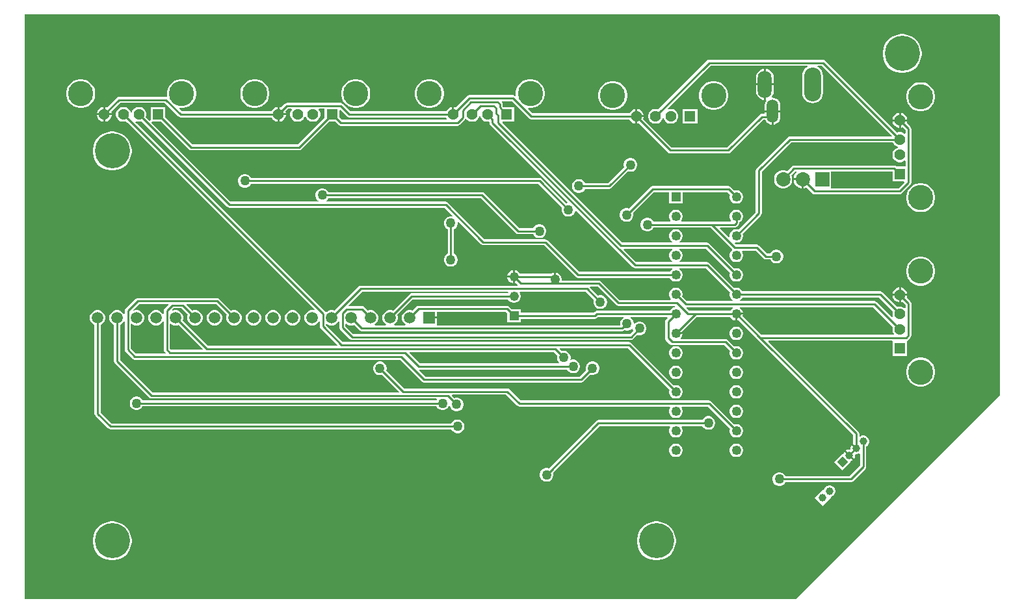
<source format=gbl>
G04*
G04 #@! TF.GenerationSoftware,Altium Limited,Altium Designer,22.1.2 (22)*
G04*
G04 Layer_Physical_Order=2*
G04 Layer_Color=16711680*
%FSLAX25Y25*%
%MOIN*%
G70*
G04*
G04 #@! TF.SameCoordinates,2374D94A-E5D5-4E5D-BBDB-F5A8C7ADDA7F*
G04*
G04*
G04 #@! TF.FilePolarity,Positive*
G04*
G01*
G75*
%ADD15C,0.01000*%
%ADD51C,0.18000*%
%ADD52O,0.08661X0.17323*%
%ADD53O,0.07087X0.14173*%
%ADD54O,0.05937X0.11874*%
%ADD55C,0.03937*%
%ADD56P,0.05568X4X90.0*%
%ADD57R,0.04921X0.04921*%
%ADD58C,0.04921*%
%ADD59C,0.05906*%
%ADD60R,0.05906X0.05906*%
%ADD61R,0.05622X0.05622*%
%ADD62C,0.05622*%
%ADD63C,0.12898*%
%ADD64R,0.05622X0.05622*%
%ADD65R,0.04795X0.04795*%
%ADD66C,0.04795*%
%ADD67R,0.07323X0.07323*%
%ADD68C,0.07323*%
%ADD69C,0.05000*%
G36*
X500000Y299000D02*
Y104500D01*
X395500Y0D01*
X0D01*
Y300000D01*
X499000D01*
X500000Y299000D01*
D02*
G37*
%LPC*%
G36*
X450985Y290000D02*
X449015D01*
X447083Y289616D01*
X445263Y288862D01*
X443625Y287768D01*
X442233Y286375D01*
X441138Y284737D01*
X440384Y282917D01*
X440000Y280985D01*
Y279015D01*
X440384Y277083D01*
X441138Y275263D01*
X442233Y273625D01*
X443625Y272233D01*
X445263Y271138D01*
X447083Y270384D01*
X449015Y270000D01*
X450985D01*
X452917Y270384D01*
X454737Y271138D01*
X456375Y272233D01*
X457767Y273625D01*
X458862Y275263D01*
X459616Y277083D01*
X460000Y279015D01*
Y280985D01*
X459616Y282917D01*
X458862Y284737D01*
X457767Y286375D01*
X456375Y287768D01*
X454737Y288862D01*
X452917Y289616D01*
X450985Y290000D01*
D02*
G37*
G36*
X380157Y272274D02*
Y264714D01*
X384240D01*
Y267757D01*
X384084Y268943D01*
X383626Y270048D01*
X382898Y270997D01*
X381949Y271726D01*
X380843Y272183D01*
X380157Y272274D01*
D02*
G37*
G36*
X379157D02*
X378471Y272183D01*
X377366Y271726D01*
X376417Y270997D01*
X375689Y270048D01*
X375231Y268943D01*
X375075Y267757D01*
Y264714D01*
X379157D01*
Y272274D01*
D02*
G37*
G36*
X260100Y266949D02*
X258633D01*
X257193Y266663D01*
X255838Y266101D01*
X254618Y265286D01*
X253580Y264248D01*
X252765Y263028D01*
X252204Y261673D01*
X251917Y260234D01*
Y258766D01*
X251981Y258446D01*
X251858Y258381D01*
X251508Y258261D01*
X251068Y258555D01*
X250483Y258671D01*
X228032D01*
X227446Y258555D01*
X226950Y258223D01*
X221126Y252400D01*
X220222Y252642D01*
X220220D01*
Y248831D01*
X219220D01*
Y252642D01*
X219219D01*
X218249Y252382D01*
X217380Y251880D01*
X216671Y251171D01*
X216203Y250360D01*
X167103D01*
X163181Y254281D01*
X162685Y254613D01*
X162100Y254729D01*
X134590D01*
X134004Y254613D01*
X133508Y254281D01*
X131626Y252400D01*
X130722Y252642D01*
X130720D01*
Y249331D01*
X134031D01*
Y249332D01*
X133789Y250237D01*
X135223Y251671D01*
X136860D01*
X137051Y251209D01*
X137013Y251171D01*
X136512Y250302D01*
X136252Y249332D01*
Y248329D01*
X136512Y247360D01*
X137013Y246491D01*
X137723Y245781D01*
X138592Y245280D01*
X139561Y245020D01*
X140565D01*
X141534Y245280D01*
X142403Y245781D01*
X143113Y246491D01*
X143614Y247360D01*
X143741Y247833D01*
X144259D01*
X144386Y247360D01*
X144887Y246491D01*
X145597Y245781D01*
X146466Y245280D01*
X147435Y245020D01*
X148439D01*
X149408Y245280D01*
X150277Y245781D01*
X150987Y246491D01*
X151488Y247360D01*
X151748Y248329D01*
Y249332D01*
X151488Y250302D01*
X150987Y251171D01*
X150949Y251209D01*
X151140Y251671D01*
X153969D01*
Y247183D01*
X140215Y233429D01*
X86081D01*
X72328Y247183D01*
Y252642D01*
X64706D01*
Y245669D01*
X64206Y245462D01*
X62243Y247425D01*
X62485Y248329D01*
Y249332D01*
X62226Y250302D01*
X61724Y251171D01*
X61014Y251880D01*
X60145Y252382D01*
X59176Y252642D01*
X58173D01*
X57203Y252382D01*
X56334Y251880D01*
X55625Y251171D01*
X55123Y250302D01*
X54996Y249828D01*
X54479D01*
X54352Y250302D01*
X53850Y251171D01*
X53140Y251880D01*
X52271Y252382D01*
X51302Y252642D01*
X50299D01*
X49329Y252382D01*
X48460Y251880D01*
X47751Y251171D01*
X47249Y250302D01*
X46989Y249332D01*
Y248329D01*
X47249Y247360D01*
X47751Y246491D01*
X48460Y245781D01*
X49329Y245280D01*
X50299Y245020D01*
X51302D01*
X52206Y245262D01*
X148673Y148796D01*
X148414Y148347D01*
X148020Y148453D01*
X146980D01*
X145974Y148183D01*
X145073Y147663D01*
X144337Y146927D01*
X143817Y146026D01*
X143547Y145020D01*
Y143980D01*
X143817Y142974D01*
X144337Y142073D01*
X145073Y141337D01*
X145974Y140817D01*
X146980Y140547D01*
X148020D01*
X149026Y140817D01*
X149927Y141337D01*
X150663Y142073D01*
X150971Y142606D01*
X151471Y142472D01*
Y140000D01*
X151587Y139415D01*
X151919Y138919D01*
X160346Y130491D01*
X160154Y130029D01*
X94134D01*
X81185Y142978D01*
X81453Y143980D01*
Y145020D01*
X81183Y146026D01*
X80663Y146927D01*
X79927Y147663D01*
X79026Y148183D01*
X78020Y148453D01*
X76980D01*
X76082Y148212D01*
X75810Y148572D01*
X75788Y148625D01*
X76534Y149371D01*
X80467D01*
X83815Y146022D01*
X83547Y145020D01*
Y143980D01*
X83817Y142974D01*
X84337Y142073D01*
X85073Y141337D01*
X85974Y140817D01*
X86980Y140547D01*
X88020D01*
X89026Y140817D01*
X89927Y141337D01*
X90663Y142073D01*
X91183Y142974D01*
X91453Y143980D01*
Y145020D01*
X91183Y146026D01*
X90663Y146927D01*
X89927Y147663D01*
X89026Y148183D01*
X88020Y148453D01*
X86980D01*
X85978Y148185D01*
X83054Y151109D01*
X83246Y151571D01*
X98267D01*
X103815Y146022D01*
X103547Y145020D01*
Y143980D01*
X103817Y142974D01*
X104337Y142073D01*
X105073Y141337D01*
X105974Y140817D01*
X106980Y140547D01*
X108020D01*
X109026Y140817D01*
X109927Y141337D01*
X110663Y142073D01*
X111183Y142974D01*
X111453Y143980D01*
Y145020D01*
X111183Y146026D01*
X110663Y146927D01*
X109927Y147663D01*
X109026Y148183D01*
X108020Y148453D01*
X106980D01*
X105978Y148185D01*
X99981Y154181D01*
X99485Y154513D01*
X98900Y154629D01*
X58100D01*
X57515Y154513D01*
X57019Y154181D01*
X51919Y149081D01*
X51587Y148585D01*
X51471Y148000D01*
Y146528D01*
X50971Y146394D01*
X50663Y146927D01*
X49927Y147663D01*
X49026Y148183D01*
X48020Y148453D01*
X46980D01*
X45974Y148183D01*
X45073Y147663D01*
X44337Y146927D01*
X43817Y146026D01*
X43547Y145020D01*
Y143980D01*
X43817Y142974D01*
X44337Y142073D01*
X45073Y141337D01*
X45971Y140819D01*
Y122100D01*
X46087Y121515D01*
X46419Y121019D01*
X63919Y103519D01*
X64415Y103187D01*
X65000Y103071D01*
X211260D01*
X211496Y102571D01*
X211242Y102129D01*
X60659D01*
X60301Y102749D01*
X59649Y103401D01*
X58851Y103861D01*
X57961Y104100D01*
X57039D01*
X56149Y103861D01*
X55351Y103401D01*
X54699Y102749D01*
X54238Y101951D01*
X54000Y101061D01*
Y100139D01*
X54238Y99249D01*
X54699Y98451D01*
X55351Y97799D01*
X56149Y97338D01*
X57039Y97100D01*
X57961D01*
X58851Y97338D01*
X59649Y97799D01*
X60301Y98451D01*
X60659Y99071D01*
X211242D01*
X211599Y98451D01*
X212251Y97799D01*
X213049Y97338D01*
X213939Y97100D01*
X214861D01*
X215751Y97338D01*
X216549Y97799D01*
X217201Y98451D01*
X217660Y99247D01*
X217667Y99249D01*
X218178Y99247D01*
X218338Y98649D01*
X218799Y97851D01*
X219451Y97199D01*
X220249Y96738D01*
X221139Y96500D01*
X222061D01*
X222951Y96738D01*
X223749Y97199D01*
X224401Y97851D01*
X224862Y98649D01*
X225100Y99539D01*
Y100461D01*
X224862Y101351D01*
X224401Y102149D01*
X223749Y102801D01*
X222951Y103261D01*
X222061Y103500D01*
X221139D01*
X220448Y103315D01*
X219154Y104609D01*
X219346Y105071D01*
X246967D01*
X252619Y99419D01*
X253115Y99087D01*
X253700Y98971D01*
X330923D01*
X331142Y98471D01*
X330775Y97836D01*
X330539Y96956D01*
Y96044D01*
X330775Y95164D01*
X331231Y94375D01*
X331875Y93731D01*
X332664Y93275D01*
X333544Y93039D01*
X334456D01*
X335336Y93275D01*
X336125Y93731D01*
X336769Y94375D01*
X337225Y95164D01*
X337461Y96044D01*
Y96956D01*
X337225Y97836D01*
X336858Y98471D01*
X337077Y98971D01*
X350366D01*
X361717Y87620D01*
X361539Y86956D01*
Y86044D01*
X361775Y85164D01*
X362231Y84375D01*
X362875Y83731D01*
X363664Y83275D01*
X364544Y83039D01*
X365456D01*
X366336Y83275D01*
X367125Y83731D01*
X367769Y84375D01*
X368225Y85164D01*
X368461Y86044D01*
Y86956D01*
X368225Y87836D01*
X367769Y88625D01*
X367125Y89269D01*
X366336Y89725D01*
X365456Y89961D01*
X364544D01*
X363880Y89783D01*
X352081Y101581D01*
X351585Y101913D01*
X351000Y102029D01*
X254333D01*
X248681Y107681D01*
X248185Y108013D01*
X247600Y108129D01*
X194834D01*
X185615Y117348D01*
X185800Y118039D01*
Y118961D01*
X185562Y119851D01*
X185101Y120649D01*
X184449Y121301D01*
X183651Y121762D01*
X182761Y122000D01*
X181839D01*
X180949Y121762D01*
X180151Y121301D01*
X179499Y120649D01*
X179039Y119851D01*
X178800Y118961D01*
Y118039D01*
X179039Y117149D01*
X179499Y116351D01*
X180151Y115699D01*
X180949Y115238D01*
X181839Y115000D01*
X182761D01*
X183452Y115185D01*
X192046Y106591D01*
X191854Y106129D01*
X65633D01*
X49029Y122733D01*
Y140819D01*
X49927Y141337D01*
X50663Y142073D01*
X50971Y142606D01*
X51471Y142472D01*
Y128000D01*
X51587Y127415D01*
X51919Y126919D01*
X55419Y123419D01*
X55915Y123087D01*
X56500Y122971D01*
X192542D01*
X203794Y111719D01*
X204291Y111387D01*
X204876Y111271D01*
X285500D01*
X286085Y111387D01*
X286581Y111719D01*
X290148Y115285D01*
X290839Y115100D01*
X291761D01*
X292651Y115339D01*
X293449Y115799D01*
X294101Y116451D01*
X294562Y117249D01*
X294800Y118139D01*
Y119061D01*
X294562Y119951D01*
X294101Y120749D01*
X293449Y121401D01*
X292651Y121862D01*
X291761Y122100D01*
X290839D01*
X289949Y121862D01*
X289151Y121401D01*
X288499Y120749D01*
X288038Y119951D01*
X287800Y119061D01*
Y118139D01*
X287985Y117448D01*
X284866Y114329D01*
X205509D01*
X202368Y117471D01*
X202575Y117971D01*
X278241D01*
X278599Y117351D01*
X279251Y116699D01*
X280049Y116238D01*
X280939Y116000D01*
X281861D01*
X282751Y116238D01*
X283549Y116699D01*
X284201Y117351D01*
X284662Y118149D01*
X284900Y119039D01*
Y119961D01*
X284662Y120851D01*
X284201Y121649D01*
X283549Y122301D01*
X282751Y122761D01*
X281861Y123000D01*
X280939D01*
X280300Y122829D01*
X279888Y123220D01*
X280000Y123639D01*
Y124561D01*
X279762Y125451D01*
X279301Y126249D01*
X278649Y126901D01*
X277851Y127362D01*
X276961Y127600D01*
X276039D01*
X275348Y127415D01*
X274254Y128509D01*
X274446Y128971D01*
X309366D01*
X330717Y107620D01*
X330539Y106956D01*
Y106044D01*
X330775Y105164D01*
X331231Y104375D01*
X331875Y103731D01*
X332664Y103275D01*
X333544Y103039D01*
X334456D01*
X335336Y103275D01*
X336125Y103731D01*
X336769Y104375D01*
X337225Y105164D01*
X337461Y106044D01*
Y106956D01*
X337225Y107836D01*
X336769Y108625D01*
X336125Y109269D01*
X335336Y109725D01*
X334456Y109961D01*
X333544D01*
X332880Y109783D01*
X311081Y131581D01*
X310585Y131913D01*
X310000Y132029D01*
X163134D01*
X154529Y140633D01*
Y141227D01*
X154991Y141419D01*
X155073Y141337D01*
X155974Y140817D01*
X156980Y140547D01*
X158020D01*
X159026Y140817D01*
X159927Y141337D01*
X160663Y142073D01*
X160971Y142606D01*
X161471Y142472D01*
Y139600D01*
X161587Y139015D01*
X161919Y138519D01*
X166919Y133519D01*
X167415Y133187D01*
X168000Y133071D01*
X311000D01*
X311585Y133187D01*
X312081Y133519D01*
X314248Y135685D01*
X314939Y135500D01*
X315861D01*
X316751Y135739D01*
X317549Y136199D01*
X318201Y136851D01*
X318661Y137649D01*
X318900Y138539D01*
Y139461D01*
X318661Y140351D01*
X318201Y141149D01*
X317549Y141801D01*
X316751Y142262D01*
X315861Y142500D01*
X314939D01*
X314049Y142262D01*
X313251Y141801D01*
X312900Y141450D01*
X312400Y141657D01*
Y141861D01*
X312161Y142751D01*
X311701Y143549D01*
X311049Y144201D01*
X310582Y144471D01*
X310716Y144971D01*
X329654D01*
X329846Y144509D01*
X328919Y143581D01*
X328587Y143085D01*
X328471Y142500D01*
Y134000D01*
X328587Y133415D01*
X328919Y132919D01*
X330919Y130919D01*
X331415Y130587D01*
X332000Y130471D01*
X358867D01*
X361717Y127620D01*
X361539Y126956D01*
Y126044D01*
X361775Y125164D01*
X362231Y124375D01*
X362875Y123731D01*
X363664Y123275D01*
X364544Y123039D01*
X365456D01*
X366336Y123275D01*
X367125Y123731D01*
X367769Y124375D01*
X368225Y125164D01*
X368461Y126044D01*
Y126956D01*
X368225Y127836D01*
X367769Y128625D01*
X367125Y129269D01*
X366336Y129725D01*
X365456Y129961D01*
X364544D01*
X363880Y129783D01*
X360581Y133081D01*
X360085Y133413D01*
X359500Y133529D01*
X336631D01*
X336423Y134029D01*
X336769Y134375D01*
X337225Y135164D01*
X337449Y136000D01*
X334000D01*
Y137000D01*
X337449D01*
X337283Y137620D01*
X344634Y144971D01*
X361887D01*
X362231Y144375D01*
X362875Y143731D01*
X363664Y143275D01*
X364500Y143051D01*
Y146500D01*
X365000D01*
Y147000D01*
X368449D01*
X368225Y147836D01*
X367769Y148625D01*
X367125Y149269D01*
X366776Y149471D01*
X366910Y149971D01*
X435260D01*
X445262Y139969D01*
X445020Y139065D01*
Y138061D01*
X445280Y137092D01*
X445781Y136223D01*
X445813Y136191D01*
X445621Y135729D01*
X377934D01*
X368283Y145380D01*
X368449Y146000D01*
X365500D01*
Y143051D01*
X366120Y143217D01*
X376219Y133119D01*
X424971Y84367D01*
Y80045D01*
X424775Y79932D01*
X426854Y77854D01*
X426147Y77147D01*
X424068Y79225D01*
X423734Y78646D01*
X423531Y77891D01*
Y77403D01*
X423403Y77061D01*
X423061Y76933D01*
X422574D01*
X421819Y76731D01*
X421240Y76396D01*
X423318Y74318D01*
X425396Y72240D01*
X425731Y72819D01*
X425933Y73574D01*
Y74061D01*
X426061Y74403D01*
X426403Y74532D01*
X426891D01*
X427646Y74734D01*
X428006Y74942D01*
X428506Y74653D01*
Y68669D01*
X423067Y63229D01*
X390259D01*
X389901Y63849D01*
X389249Y64501D01*
X388451Y64961D01*
X387561Y65200D01*
X386639D01*
X385749Y64961D01*
X384951Y64501D01*
X384299Y63849D01*
X383839Y63051D01*
X383600Y62161D01*
Y61239D01*
X383839Y60349D01*
X384299Y59551D01*
X384951Y58899D01*
X385749Y58438D01*
X386639Y58200D01*
X387561D01*
X388451Y58438D01*
X389249Y58899D01*
X389901Y59551D01*
X390259Y60171D01*
X423700D01*
X424285Y60287D01*
X424781Y60619D01*
X431117Y66954D01*
X431449Y67450D01*
X431565Y68036D01*
Y78491D01*
X431858Y78660D01*
X432411Y79213D01*
X432802Y79890D01*
X433004Y80645D01*
Y81426D01*
X432802Y82181D01*
X432411Y82858D01*
X431858Y83411D01*
X431181Y83802D01*
X430426Y84004D01*
X429645D01*
X428890Y83802D01*
X428529Y83594D01*
X428029Y83882D01*
Y85000D01*
X427913Y85585D01*
X427581Y86081D01*
X381454Y132209D01*
X381646Y132671D01*
X444577D01*
X445020Y132531D01*
X445020Y132171D01*
Y124909D01*
X452642D01*
Y132289D01*
X452642Y132531D01*
X452833Y132952D01*
X453081Y133119D01*
X454281Y134319D01*
X454613Y134815D01*
X454729Y135400D01*
Y151910D01*
X454613Y152496D01*
X454281Y152992D01*
X452400Y154874D01*
X452642Y155778D01*
Y155780D01*
X449331D01*
Y152469D01*
X449333D01*
X450237Y152711D01*
X451671Y151277D01*
Y149640D01*
X451209Y149449D01*
X451171Y149487D01*
X450302Y149988D01*
X449333Y150248D01*
X448329D01*
X447425Y150006D01*
X439849Y157581D01*
X439353Y157913D01*
X438768Y158029D01*
X368113D01*
X367769Y158625D01*
X367125Y159269D01*
X366336Y159725D01*
X365456Y159961D01*
X364544D01*
X363880Y159783D01*
X351081Y172581D01*
X350585Y172913D01*
X350000Y173029D01*
X335910D01*
X335776Y173529D01*
X336125Y173731D01*
X336769Y174375D01*
X337225Y175164D01*
X337461Y176044D01*
Y176956D01*
X337225Y177836D01*
X336769Y178625D01*
X336125Y179269D01*
X335776Y179471D01*
X335910Y179971D01*
X349366D01*
X361717Y167620D01*
X361539Y166956D01*
Y166044D01*
X361775Y165164D01*
X362231Y164375D01*
X362875Y163731D01*
X363664Y163275D01*
X364544Y163039D01*
X365456D01*
X366336Y163275D01*
X367125Y163731D01*
X367769Y164375D01*
X368225Y165164D01*
X368461Y166044D01*
Y166956D01*
X368225Y167836D01*
X367769Y168625D01*
X367125Y169269D01*
X366336Y169725D01*
X365456Y169961D01*
X364544D01*
X363880Y169783D01*
X351081Y182581D01*
X350585Y182913D01*
X350000Y183029D01*
X335910D01*
X335776Y183529D01*
X336125Y183731D01*
X336769Y184375D01*
X337225Y185164D01*
X337461Y186044D01*
Y186956D01*
X337225Y187836D01*
X336769Y188625D01*
X336125Y189269D01*
X335336Y189725D01*
X334456Y189961D01*
X333544D01*
X332664Y189725D01*
X331875Y189269D01*
X331231Y188625D01*
X330775Y187836D01*
X330539Y186956D01*
Y186044D01*
X330775Y185164D01*
X331231Y184375D01*
X331875Y183731D01*
X332224Y183529D01*
X332090Y183029D01*
X306553D01*
X245025Y244558D01*
X245216Y245020D01*
X251091D01*
Y252642D01*
X245632D01*
X245278Y252996D01*
Y254000D01*
X245161Y254585D01*
X244830Y255081D01*
X244760Y255151D01*
X244952Y255613D01*
X249849D01*
X258712Y246749D01*
X259208Y246418D01*
X259794Y246301D01*
X310203D01*
X310671Y245491D01*
X311380Y244781D01*
X312249Y244280D01*
X313219Y244020D01*
X313220D01*
Y247831D01*
Y251642D01*
X313219D01*
X312249Y251382D01*
X311380Y250880D01*
X310671Y250171D01*
X310203Y249360D01*
X260427D01*
X258123Y251665D01*
X258358Y252106D01*
X258633Y252051D01*
X260100D01*
X261539Y252337D01*
X262895Y252899D01*
X264114Y253714D01*
X265152Y254752D01*
X265967Y255972D01*
X266529Y257327D01*
X266815Y258766D01*
Y260234D01*
X266529Y261673D01*
X265967Y263028D01*
X265152Y264248D01*
X264114Y265286D01*
X262895Y266101D01*
X261539Y266663D01*
X260100Y266949D01*
D02*
G37*
G36*
X81337D02*
X79870D01*
X78431Y266663D01*
X77075Y266101D01*
X75855Y265286D01*
X74818Y264248D01*
X74002Y263028D01*
X73441Y261673D01*
X73155Y260234D01*
Y258766D01*
X73270Y258187D01*
X72842Y257774D01*
X72562Y257829D01*
X48427D01*
X47842Y257713D01*
X47346Y257381D01*
X42364Y252400D01*
X41460Y252642D01*
X41458D01*
Y249331D01*
X44769D01*
Y249332D01*
X44527Y250237D01*
X49060Y254771D01*
X71928D01*
X78950Y247749D01*
X79446Y247418D01*
X80031Y247301D01*
X126703D01*
X127171Y246491D01*
X127880Y245781D01*
X128749Y245280D01*
X129719Y245020D01*
X129720D01*
Y248831D01*
Y252642D01*
X129719D01*
X128749Y252382D01*
X127880Y251880D01*
X127171Y251171D01*
X126703Y250360D01*
X80664D01*
X79360Y251665D01*
X79596Y252106D01*
X79870Y252051D01*
X81337D01*
X82776Y252337D01*
X84132Y252899D01*
X85352Y253714D01*
X86389Y254752D01*
X87204Y255972D01*
X87766Y257327D01*
X88052Y258766D01*
Y260234D01*
X87766Y261673D01*
X87204Y263028D01*
X86389Y264248D01*
X85352Y265286D01*
X84132Y266101D01*
X82776Y266663D01*
X81337Y266949D01*
D02*
G37*
G36*
X379157Y263714D02*
X375075D01*
Y260670D01*
X375231Y259484D01*
X375689Y258379D01*
X376417Y257430D01*
X377366Y256702D01*
X378471Y256244D01*
X379157Y256154D01*
Y263714D01*
D02*
G37*
G36*
X208367Y266949D02*
X206900D01*
X205461Y266663D01*
X204105Y266101D01*
X202886Y265286D01*
X201848Y264248D01*
X201033Y263028D01*
X200471Y261673D01*
X200185Y260234D01*
Y258766D01*
X200471Y257327D01*
X201033Y255972D01*
X201848Y254752D01*
X202886Y253714D01*
X204105Y252899D01*
X205461Y252337D01*
X206900Y252051D01*
X208367D01*
X209806Y252337D01*
X211162Y252899D01*
X212382Y253714D01*
X213420Y254752D01*
X214235Y255972D01*
X214796Y257327D01*
X215083Y258766D01*
Y260234D01*
X214796Y261673D01*
X214235Y263028D01*
X213420Y264248D01*
X212382Y265286D01*
X211162Y266101D01*
X209806Y266663D01*
X208367Y266949D01*
D02*
G37*
G36*
X170600D02*
X169133D01*
X167693Y266663D01*
X166338Y266101D01*
X165118Y265286D01*
X164080Y264248D01*
X163265Y263028D01*
X162704Y261673D01*
X162417Y260234D01*
Y258766D01*
X162704Y257327D01*
X163265Y255972D01*
X164080Y254752D01*
X165118Y253714D01*
X166338Y252899D01*
X167693Y252337D01*
X169133Y252051D01*
X170600D01*
X172039Y252337D01*
X173395Y252899D01*
X174615Y253714D01*
X175652Y254752D01*
X176467Y255972D01*
X177029Y257327D01*
X177315Y258766D01*
Y260234D01*
X177029Y261673D01*
X176467Y263028D01*
X175652Y264248D01*
X174615Y265286D01*
X173395Y266101D01*
X172039Y266663D01*
X170600Y266949D01*
D02*
G37*
G36*
X118867D02*
X117400D01*
X115961Y266663D01*
X114605Y266101D01*
X113385Y265286D01*
X112348Y264248D01*
X111533Y263028D01*
X110971Y261673D01*
X110685Y260234D01*
Y258766D01*
X110971Y257327D01*
X111533Y255972D01*
X112348Y254752D01*
X113385Y253714D01*
X114605Y252899D01*
X115961Y252337D01*
X117400Y252051D01*
X118867D01*
X120307Y252337D01*
X121662Y252899D01*
X122882Y253714D01*
X123920Y254752D01*
X124735Y255972D01*
X125296Y257327D01*
X125583Y258766D01*
Y260234D01*
X125296Y261673D01*
X124735Y263028D01*
X123920Y264248D01*
X122882Y265286D01*
X121662Y266101D01*
X120307Y266663D01*
X118867Y266949D01*
D02*
G37*
G36*
X29605D02*
X28138D01*
X26698Y266663D01*
X25343Y266101D01*
X24123Y265286D01*
X23085Y264248D01*
X22270Y263028D01*
X21709Y261673D01*
X21422Y260234D01*
Y258766D01*
X21709Y257327D01*
X22270Y255972D01*
X23085Y254752D01*
X24123Y253714D01*
X25343Y252899D01*
X26698Y252337D01*
X28138Y252051D01*
X29605D01*
X31044Y252337D01*
X32399Y252899D01*
X33619Y253714D01*
X34657Y254752D01*
X35472Y255972D01*
X36034Y257327D01*
X36320Y258766D01*
Y260234D01*
X36034Y261673D01*
X35472Y263028D01*
X34657Y264248D01*
X33619Y265286D01*
X32399Y266101D01*
X31044Y266663D01*
X29605Y266949D01*
D02*
G37*
G36*
X354100Y265949D02*
X352633D01*
X351193Y265663D01*
X349838Y265101D01*
X348618Y264286D01*
X347580Y263248D01*
X346765Y262028D01*
X346204Y260673D01*
X345917Y259234D01*
Y257766D01*
X346204Y256327D01*
X346765Y254972D01*
X347580Y253752D01*
X348618Y252714D01*
X349838Y251899D01*
X351193Y251337D01*
X352633Y251051D01*
X354100D01*
X355539Y251337D01*
X356894Y251899D01*
X358115Y252714D01*
X359152Y253752D01*
X359967Y254972D01*
X360529Y256327D01*
X360815Y257766D01*
Y259234D01*
X360529Y260673D01*
X359967Y262028D01*
X359152Y263248D01*
X358115Y264286D01*
X356894Y265101D01*
X355539Y265663D01*
X354100Y265949D01*
D02*
G37*
G36*
X302367D02*
X300900D01*
X299461Y265663D01*
X298106Y265101D01*
X296885Y264286D01*
X295848Y263248D01*
X295033Y262028D01*
X294471Y260673D01*
X294185Y259234D01*
Y257766D01*
X294471Y256327D01*
X295033Y254972D01*
X295848Y253752D01*
X296885Y252714D01*
X298106Y251899D01*
X299461Y251337D01*
X300900Y251051D01*
X302367D01*
X303806Y251337D01*
X305162Y251899D01*
X306382Y252714D01*
X307420Y253752D01*
X308235Y254972D01*
X308796Y256327D01*
X309083Y257766D01*
Y259234D01*
X308796Y260673D01*
X308235Y262028D01*
X307420Y263248D01*
X306382Y264286D01*
X305162Y265101D01*
X303806Y265663D01*
X302367Y265949D01*
D02*
G37*
G36*
X384240Y263714D02*
X380157D01*
Y255979D01*
X380334Y255673D01*
X380128Y255404D01*
X379728Y254438D01*
X379592Y253402D01*
Y250934D01*
X383594D01*
X387597D01*
Y253402D01*
X387461Y254438D01*
X387061Y255404D01*
X386563Y256053D01*
Y256355D01*
X386265D01*
X385596Y256869D01*
X384630Y257269D01*
X383594Y257405D01*
X383499Y257393D01*
X383229Y257861D01*
X383626Y258379D01*
X384084Y259484D01*
X384240Y260670D01*
Y263714D01*
D02*
G37*
G36*
X460234Y265315D02*
X458766D01*
X457327Y265029D01*
X455972Y264467D01*
X454752Y263652D01*
X453714Y262614D01*
X452899Y261395D01*
X452337Y260039D01*
X452051Y258600D01*
Y257133D01*
X452337Y255694D01*
X452899Y254338D01*
X453714Y253118D01*
X454752Y252080D01*
X455972Y251265D01*
X457327Y250704D01*
X458766Y250417D01*
X460234D01*
X461673Y250704D01*
X463028Y251265D01*
X464248Y252080D01*
X465286Y253118D01*
X466101Y254338D01*
X466663Y255694D01*
X466949Y257133D01*
Y258600D01*
X466663Y260039D01*
X466101Y261395D01*
X465286Y262614D01*
X464248Y263652D01*
X463028Y264467D01*
X461673Y265029D01*
X460234Y265315D01*
D02*
G37*
G36*
X40458Y252642D02*
X40456D01*
X39487Y252382D01*
X38618Y251880D01*
X37908Y251171D01*
X37407Y250302D01*
X37147Y249332D01*
Y249331D01*
X40458D01*
Y252642D01*
D02*
G37*
G36*
X314222Y251642D02*
X314220D01*
Y248331D01*
X317531D01*
Y248333D01*
X317272Y249302D01*
X316770Y250171D01*
X316060Y250880D01*
X315191Y251382D01*
X314222Y251642D01*
D02*
G37*
G36*
X449333Y249591D02*
X449331D01*
Y246280D01*
X452642D01*
Y246281D01*
X452382Y247251D01*
X451880Y248120D01*
X451171Y248829D01*
X450302Y249331D01*
X449333Y249591D01*
D02*
G37*
G36*
X448331D02*
X448329D01*
X447360Y249331D01*
X446491Y248829D01*
X445781Y248120D01*
X445280Y247251D01*
X445020Y246281D01*
Y246280D01*
X448331D01*
Y249591D01*
D02*
G37*
G36*
X134031Y248331D02*
X130720D01*
Y245020D01*
X130722D01*
X131691Y245280D01*
X132560Y245781D01*
X133270Y246491D01*
X133772Y247360D01*
X134031Y248329D01*
Y248331D01*
D02*
G37*
G36*
X44769D02*
X41458D01*
Y245020D01*
X41460D01*
X42429Y245280D01*
X43298Y245781D01*
X44007Y246491D01*
X44509Y247360D01*
X44769Y248329D01*
Y248331D01*
D02*
G37*
G36*
X40458D02*
X37147D01*
Y248329D01*
X37407Y247360D01*
X37908Y246491D01*
X38618Y245781D01*
X39487Y245280D01*
X40456Y245020D01*
X40458D01*
Y248331D01*
D02*
G37*
G36*
X345091Y251642D02*
X337469D01*
Y244020D01*
X345091D01*
Y251642D01*
D02*
G37*
G36*
X387597Y249934D02*
X384094D01*
Y243529D01*
X384630Y243599D01*
X385596Y243999D01*
X386265Y244513D01*
X386563D01*
Y244815D01*
X387061Y245464D01*
X387461Y246429D01*
X387597Y247465D01*
Y249934D01*
D02*
G37*
G36*
X448331Y245280D02*
X445020D01*
Y245278D01*
X445280Y244309D01*
X445781Y243440D01*
X446491Y242730D01*
X447360Y242228D01*
X448329Y241969D01*
X448331D01*
Y245280D01*
D02*
G37*
G36*
X383094Y249934D02*
X379592D01*
Y249129D01*
X378100D01*
X377515Y249013D01*
X377019Y248681D01*
X360266Y231929D01*
X331785D01*
X317289Y246425D01*
X317531Y247329D01*
Y247331D01*
X314220D01*
Y244020D01*
X314222D01*
X315126Y244262D01*
X330070Y229319D01*
X330566Y228987D01*
X331151Y228871D01*
X360900D01*
X361485Y228987D01*
X361981Y229319D01*
X378733Y246071D01*
X379877D01*
X380128Y245464D01*
X380626Y244815D01*
Y244513D01*
X380924D01*
X381593Y243999D01*
X382558Y243599D01*
X383094Y243529D01*
Y249934D01*
D02*
G37*
G36*
X409468Y276829D02*
X351032D01*
X350447Y276713D01*
X349951Y276381D01*
X324969Y251400D01*
X324065Y251642D01*
X323061D01*
X322092Y251382D01*
X321223Y250880D01*
X320513Y250171D01*
X320012Y249302D01*
X319752Y248333D01*
Y247329D01*
X320012Y246360D01*
X320513Y245491D01*
X321223Y244781D01*
X322092Y244280D01*
X323061Y244020D01*
X324065D01*
X325034Y244280D01*
X325903Y244781D01*
X326613Y245491D01*
X327114Y246360D01*
X327241Y246833D01*
X327759D01*
X327886Y246360D01*
X328387Y245491D01*
X329097Y244781D01*
X329966Y244280D01*
X330935Y244020D01*
X331939D01*
X332908Y244280D01*
X333777Y244781D01*
X334487Y245491D01*
X334988Y246360D01*
X335248Y247329D01*
Y248333D01*
X334988Y249302D01*
X334487Y250171D01*
X333777Y250880D01*
X332908Y251382D01*
X331939Y251642D01*
X330935D01*
X329966Y251382D01*
X329702Y251807D01*
X351666Y273771D01*
X401448D01*
X401547Y273271D01*
X401379Y273201D01*
X400265Y272346D01*
X399411Y271233D01*
X398873Y269936D01*
X398690Y268544D01*
Y259883D01*
X398873Y258491D01*
X399411Y257194D01*
X400265Y256081D01*
X401379Y255226D01*
X402675Y254689D01*
X404067Y254506D01*
X405459Y254689D01*
X406755Y255226D01*
X407869Y256081D01*
X408723Y257194D01*
X409261Y258491D01*
X409444Y259883D01*
Y268544D01*
X409261Y269936D01*
X408723Y271233D01*
X407869Y272346D01*
X406755Y273201D01*
X406587Y273271D01*
X406686Y273771D01*
X408834D01*
X444677Y237928D01*
X444485Y237466D01*
X392437D01*
X391852Y237350D01*
X391356Y237018D01*
X375419Y221081D01*
X375087Y220585D01*
X374971Y220000D01*
Y198634D01*
X366120Y189783D01*
X365456Y189961D01*
X364544D01*
X363664Y189725D01*
X362875Y189269D01*
X362231Y188625D01*
X361775Y187836D01*
X361539Y186956D01*
Y186044D01*
X361544Y186026D01*
X361096Y185767D01*
X356554Y190309D01*
X356746Y190771D01*
X364000D01*
X364585Y190887D01*
X365081Y191219D01*
X366081Y192219D01*
X366413Y192715D01*
X366529Y193300D01*
Y193387D01*
X367125Y193731D01*
X367769Y194375D01*
X368225Y195164D01*
X368461Y196044D01*
Y196956D01*
X368225Y197836D01*
X367769Y198625D01*
X367125Y199269D01*
X366336Y199725D01*
X365456Y199961D01*
X364544D01*
X363664Y199725D01*
X362875Y199269D01*
X362231Y198625D01*
X361775Y197836D01*
X361539Y196956D01*
Y196044D01*
X361775Y195164D01*
X362231Y194375D01*
X362315Y194291D01*
X362123Y193829D01*
X336877D01*
X336685Y194291D01*
X336769Y194375D01*
X337225Y195164D01*
X337461Y196044D01*
Y196956D01*
X337225Y197836D01*
X336769Y198625D01*
X336125Y199269D01*
X335336Y199725D01*
X334456Y199961D01*
X333544D01*
X332664Y199725D01*
X331875Y199269D01*
X331231Y198625D01*
X330775Y197836D01*
X330539Y196956D01*
Y196044D01*
X330775Y195164D01*
X331231Y194375D01*
X331315Y194291D01*
X331123Y193829D01*
X322558D01*
X322201Y194449D01*
X321549Y195101D01*
X320751Y195562D01*
X319861Y195800D01*
X318939D01*
X318049Y195562D01*
X317251Y195101D01*
X316599Y194449D01*
X316139Y193651D01*
X315900Y192761D01*
Y191839D01*
X316139Y190949D01*
X316599Y190151D01*
X317251Y189499D01*
X318049Y189039D01*
X318939Y188800D01*
X319861D01*
X320751Y189039D01*
X321549Y189499D01*
X322201Y190151D01*
X322558Y190771D01*
X351766D01*
X362758Y179779D01*
X362875Y179269D01*
X362748Y179142D01*
X362231Y178625D01*
X361775Y177836D01*
X361539Y176956D01*
Y176044D01*
X361775Y175164D01*
X362231Y174375D01*
X362875Y173731D01*
X363664Y173275D01*
X364544Y173039D01*
X365456D01*
X366336Y173275D01*
X367125Y173731D01*
X367769Y174375D01*
X368225Y175164D01*
X368461Y176044D01*
Y176956D01*
X368225Y177836D01*
X367858Y178471D01*
X368077Y178971D01*
X374867D01*
X379019Y174819D01*
X379515Y174487D01*
X380100Y174371D01*
X382342D01*
X382699Y173751D01*
X383351Y173099D01*
X384149Y172638D01*
X385039Y172400D01*
X385961D01*
X386851Y172638D01*
X387649Y173099D01*
X388301Y173751D01*
X388761Y174549D01*
X389000Y175439D01*
Y176361D01*
X388761Y177251D01*
X388301Y178049D01*
X387649Y178701D01*
X386851Y179162D01*
X385961Y179400D01*
X385039D01*
X384149Y179162D01*
X383351Y178701D01*
X382699Y178049D01*
X382342Y177429D01*
X380733D01*
X376581Y181581D01*
X376085Y181913D01*
X375500Y182029D01*
X364833D01*
X364267Y182596D01*
X364526Y183044D01*
X364544Y183039D01*
X365456D01*
X366336Y183275D01*
X367125Y183731D01*
X367769Y184375D01*
X368225Y185164D01*
X368461Y186044D01*
Y186956D01*
X368283Y187620D01*
X377581Y196919D01*
X377913Y197415D01*
X378029Y198000D01*
Y219367D01*
X393071Y234408D01*
X445313D01*
X445781Y233597D01*
X446491Y232887D01*
X447360Y232386D01*
X447833Y232259D01*
Y231741D01*
X447360Y231614D01*
X446491Y231113D01*
X445781Y230403D01*
X445280Y229534D01*
X445020Y228565D01*
Y227561D01*
X445280Y226592D01*
X445781Y225723D01*
X446491Y225013D01*
X447360Y224512D01*
X448329Y224252D01*
X449333D01*
X450302Y224512D01*
X451171Y225013D01*
X451209Y225051D01*
X451671Y224860D01*
Y222031D01*
X447183D01*
X447033Y222181D01*
X446536Y222513D01*
X445951Y222629D01*
X394600D01*
X394015Y222513D01*
X393519Y222181D01*
X391041Y219704D01*
X390799Y219844D01*
X389614Y220161D01*
X388386D01*
X387201Y219844D01*
X386138Y219230D01*
X385270Y218362D01*
X384656Y217299D01*
X384339Y216114D01*
Y214886D01*
X384656Y213701D01*
X385270Y212638D01*
X386138Y211770D01*
X387201Y211156D01*
X388386Y210839D01*
X389614D01*
X390799Y211156D01*
X391862Y211770D01*
X392730Y212638D01*
X393344Y213701D01*
X393661Y214886D01*
Y216114D01*
X393344Y217299D01*
X393204Y217541D01*
X395233Y219571D01*
X395771D01*
X395978Y219071D01*
X395270Y218362D01*
X394656Y217299D01*
X394339Y216114D01*
Y216000D01*
X399000D01*
Y215500D01*
X399500D01*
Y210839D01*
X399614D01*
X400799Y211156D01*
X401041Y211296D01*
X404019Y208319D01*
X404515Y207987D01*
X405100Y207871D01*
X448700D01*
X449285Y207987D01*
X449781Y208319D01*
X454281Y212819D01*
X454613Y213315D01*
X454729Y213900D01*
Y241410D01*
X454613Y241996D01*
X454281Y242492D01*
X452400Y244374D01*
X452642Y245278D01*
Y245280D01*
X449331D01*
Y241969D01*
X449333D01*
X450237Y242211D01*
X451671Y240777D01*
Y239140D01*
X451209Y238949D01*
X451171Y238987D01*
X450302Y239488D01*
X449333Y239748D01*
X448329D01*
X447425Y239506D01*
X410549Y276381D01*
X410053Y276713D01*
X409468Y276829D01*
D02*
G37*
G36*
X45985Y240000D02*
X44015D01*
X42083Y239616D01*
X40263Y238862D01*
X38625Y237768D01*
X37233Y236375D01*
X36138Y234737D01*
X35384Y232917D01*
X35000Y230985D01*
Y229015D01*
X35384Y227083D01*
X36138Y225263D01*
X37233Y223625D01*
X38625Y222233D01*
X40263Y221138D01*
X42083Y220384D01*
X44015Y220000D01*
X45985D01*
X47917Y220384D01*
X49737Y221138D01*
X51375Y222233D01*
X52767Y223625D01*
X53862Y225263D01*
X54616Y227083D01*
X55000Y229015D01*
Y230985D01*
X54616Y232917D01*
X53862Y234737D01*
X52767Y236375D01*
X51375Y237768D01*
X49737Y238862D01*
X47917Y239616D01*
X45985Y240000D01*
D02*
G37*
G36*
X311161Y226400D02*
X310239D01*
X309349Y226162D01*
X308551Y225701D01*
X307899Y225049D01*
X307438Y224251D01*
X307200Y223361D01*
Y222439D01*
X307385Y221748D01*
X299267Y213629D01*
X287379D01*
X287021Y214249D01*
X286369Y214901D01*
X285571Y215361D01*
X284681Y215600D01*
X283760D01*
X282870Y215361D01*
X282071Y214901D01*
X281420Y214249D01*
X280959Y213451D01*
X280720Y212561D01*
Y211639D01*
X280959Y210749D01*
X281420Y209951D01*
X282071Y209299D01*
X282870Y208839D01*
X283760Y208600D01*
X284681D01*
X285571Y208839D01*
X286369Y209299D01*
X287021Y209951D01*
X287379Y210571D01*
X299900D01*
X300485Y210687D01*
X300981Y211019D01*
X309548Y219585D01*
X310239Y219400D01*
X311161D01*
X312051Y219638D01*
X312849Y220099D01*
X313501Y220751D01*
X313962Y221549D01*
X314200Y222439D01*
Y223361D01*
X313962Y224251D01*
X313501Y225049D01*
X312849Y225701D01*
X312051Y226162D01*
X311161Y226400D01*
D02*
G37*
G36*
X398500Y215000D02*
X394339D01*
Y214886D01*
X394656Y213701D01*
X395270Y212638D01*
X396138Y211770D01*
X397201Y211156D01*
X398386Y210839D01*
X398500D01*
Y215000D01*
D02*
G37*
G36*
X361000Y212029D02*
X322000D01*
X321415Y211913D01*
X320919Y211581D01*
X309852Y200515D01*
X309161Y200700D01*
X308239D01*
X307349Y200462D01*
X306551Y200001D01*
X305899Y199349D01*
X305438Y198551D01*
X305200Y197661D01*
Y196739D01*
X305438Y195849D01*
X305899Y195051D01*
X306551Y194399D01*
X307349Y193939D01*
X308239Y193700D01*
X309161D01*
X310051Y193939D01*
X310849Y194399D01*
X311501Y195051D01*
X311962Y195849D01*
X312200Y196739D01*
Y197661D01*
X312015Y198352D01*
X322634Y208971D01*
X330539D01*
Y203039D01*
X337461D01*
Y208971D01*
X360367D01*
X361717Y207620D01*
X361539Y206956D01*
Y206044D01*
X361775Y205164D01*
X362231Y204375D01*
X362875Y203731D01*
X363664Y203275D01*
X364544Y203039D01*
X365456D01*
X366336Y203275D01*
X367125Y203731D01*
X367769Y204375D01*
X368225Y205164D01*
X368461Y206044D01*
Y206956D01*
X368225Y207836D01*
X367769Y208625D01*
X367125Y209269D01*
X366336Y209725D01*
X365456Y209961D01*
X364544D01*
X363880Y209783D01*
X362081Y211581D01*
X361585Y211913D01*
X361000Y212029D01*
D02*
G37*
G36*
X460234Y213583D02*
X458766D01*
X457327Y213296D01*
X455972Y212735D01*
X454752Y211920D01*
X453714Y210882D01*
X452899Y209662D01*
X452337Y208307D01*
X452051Y206867D01*
Y205400D01*
X452337Y203961D01*
X452899Y202606D01*
X453714Y201385D01*
X454752Y200348D01*
X455972Y199533D01*
X457327Y198971D01*
X458766Y198685D01*
X460234D01*
X461673Y198971D01*
X463028Y199533D01*
X464248Y200348D01*
X465286Y201385D01*
X466101Y202606D01*
X466663Y203961D01*
X466949Y205400D01*
Y206867D01*
X466663Y208307D01*
X466101Y209662D01*
X465286Y210882D01*
X464248Y211920D01*
X463028Y212735D01*
X461673Y213296D01*
X460234Y213583D01*
D02*
G37*
G36*
Y175815D02*
X458766D01*
X457327Y175529D01*
X455972Y174967D01*
X454752Y174152D01*
X453714Y173115D01*
X452899Y171895D01*
X452337Y170539D01*
X452051Y169100D01*
Y167633D01*
X452337Y166193D01*
X452899Y164838D01*
X453714Y163618D01*
X454752Y162580D01*
X455972Y161765D01*
X457327Y161204D01*
X458766Y160917D01*
X460234D01*
X461673Y161204D01*
X463028Y161765D01*
X464248Y162580D01*
X465286Y163618D01*
X466101Y164838D01*
X466663Y166193D01*
X466949Y167633D01*
Y169100D01*
X466663Y170539D01*
X466101Y171895D01*
X465286Y173115D01*
X464248Y174152D01*
X463028Y174967D01*
X461673Y175529D01*
X460234Y175815D01*
D02*
G37*
G36*
X449333Y160091D02*
X449331D01*
Y156780D01*
X452642D01*
Y156781D01*
X452382Y157751D01*
X451880Y158620D01*
X451171Y159329D01*
X450302Y159831D01*
X449333Y160091D01*
D02*
G37*
G36*
X448331D02*
X448329D01*
X447360Y159831D01*
X446491Y159329D01*
X445781Y158620D01*
X445280Y157751D01*
X445020Y156781D01*
Y156780D01*
X448331D01*
Y160091D01*
D02*
G37*
G36*
Y155780D02*
X445020D01*
Y155778D01*
X445280Y154809D01*
X445781Y153940D01*
X446491Y153230D01*
X447360Y152728D01*
X448329Y152469D01*
X448331D01*
Y155780D01*
D02*
G37*
G36*
X138020Y148453D02*
X136980D01*
X135974Y148183D01*
X135073Y147663D01*
X134337Y146927D01*
X133817Y146026D01*
X133547Y145020D01*
Y143980D01*
X133817Y142974D01*
X134337Y142073D01*
X135073Y141337D01*
X135974Y140817D01*
X136980Y140547D01*
X138020D01*
X139026Y140817D01*
X139927Y141337D01*
X140663Y142073D01*
X141183Y142974D01*
X141453Y143980D01*
Y145020D01*
X141183Y146026D01*
X140663Y146927D01*
X139927Y147663D01*
X139026Y148183D01*
X138020Y148453D01*
D02*
G37*
G36*
X128020D02*
X126980D01*
X125974Y148183D01*
X125073Y147663D01*
X124337Y146927D01*
X123817Y146026D01*
X123547Y145020D01*
Y143980D01*
X123817Y142974D01*
X124337Y142073D01*
X125073Y141337D01*
X125974Y140817D01*
X126980Y140547D01*
X128020D01*
X129026Y140817D01*
X129927Y141337D01*
X130663Y142073D01*
X131183Y142974D01*
X131453Y143980D01*
Y145020D01*
X131183Y146026D01*
X130663Y146927D01*
X129927Y147663D01*
X129026Y148183D01*
X128020Y148453D01*
D02*
G37*
G36*
X118020D02*
X116980D01*
X115974Y148183D01*
X115073Y147663D01*
X114337Y146927D01*
X113817Y146026D01*
X113547Y145020D01*
Y143980D01*
X113817Y142974D01*
X114337Y142073D01*
X115073Y141337D01*
X115974Y140817D01*
X116980Y140547D01*
X118020D01*
X119026Y140817D01*
X119927Y141337D01*
X120663Y142073D01*
X121183Y142974D01*
X121453Y143980D01*
Y145020D01*
X121183Y146026D01*
X120663Y146927D01*
X119927Y147663D01*
X119026Y148183D01*
X118020Y148453D01*
D02*
G37*
G36*
X98020D02*
X96980D01*
X95974Y148183D01*
X95073Y147663D01*
X94337Y146927D01*
X93817Y146026D01*
X93547Y145020D01*
Y143980D01*
X93817Y142974D01*
X94337Y142073D01*
X95073Y141337D01*
X95974Y140817D01*
X96980Y140547D01*
X98020D01*
X99026Y140817D01*
X99927Y141337D01*
X100663Y142073D01*
X101183Y142974D01*
X101453Y143980D01*
Y145020D01*
X101183Y146026D01*
X100663Y146927D01*
X99927Y147663D01*
X99026Y148183D01*
X98020Y148453D01*
D02*
G37*
G36*
X365456Y139961D02*
X364544D01*
X363664Y139725D01*
X362875Y139269D01*
X362231Y138625D01*
X361775Y137836D01*
X361539Y136956D01*
Y136044D01*
X361775Y135164D01*
X362231Y134375D01*
X362875Y133731D01*
X363664Y133275D01*
X364544Y133039D01*
X365456D01*
X366336Y133275D01*
X367125Y133731D01*
X367769Y134375D01*
X368225Y135164D01*
X368461Y136044D01*
Y136956D01*
X368225Y137836D01*
X367769Y138625D01*
X367125Y139269D01*
X366336Y139725D01*
X365456Y139961D01*
D02*
G37*
G36*
X334456Y129961D02*
X333544D01*
X332664Y129725D01*
X331875Y129269D01*
X331231Y128625D01*
X330775Y127836D01*
X330539Y126956D01*
Y126044D01*
X330775Y125164D01*
X331231Y124375D01*
X331875Y123731D01*
X332664Y123275D01*
X333544Y123039D01*
X334456D01*
X335336Y123275D01*
X336125Y123731D01*
X336769Y124375D01*
X337225Y125164D01*
X337461Y126044D01*
Y126956D01*
X337225Y127836D01*
X336769Y128625D01*
X336125Y129269D01*
X335336Y129725D01*
X334456Y129961D01*
D02*
G37*
G36*
X365456Y119961D02*
X364544D01*
X363664Y119725D01*
X362875Y119269D01*
X362231Y118625D01*
X361775Y117836D01*
X361539Y116956D01*
Y116044D01*
X361775Y115164D01*
X362231Y114375D01*
X362875Y113731D01*
X363664Y113275D01*
X364544Y113039D01*
X365456D01*
X366336Y113275D01*
X367125Y113731D01*
X367769Y114375D01*
X368225Y115164D01*
X368461Y116044D01*
Y116956D01*
X368225Y117836D01*
X367769Y118625D01*
X367125Y119269D01*
X366336Y119725D01*
X365456Y119961D01*
D02*
G37*
G36*
X334456D02*
X333544D01*
X332664Y119725D01*
X331875Y119269D01*
X331231Y118625D01*
X330775Y117836D01*
X330539Y116956D01*
Y116044D01*
X330775Y115164D01*
X331231Y114375D01*
X331875Y113731D01*
X332664Y113275D01*
X333544Y113039D01*
X334456D01*
X335336Y113275D01*
X336125Y113731D01*
X336769Y114375D01*
X337225Y115164D01*
X337461Y116044D01*
Y116956D01*
X337225Y117836D01*
X336769Y118625D01*
X336125Y119269D01*
X335336Y119725D01*
X334456Y119961D01*
D02*
G37*
G36*
X460234Y124083D02*
X458766D01*
X457327Y123796D01*
X455972Y123235D01*
X454752Y122420D01*
X453714Y121382D01*
X452899Y120162D01*
X452337Y118807D01*
X452051Y117367D01*
Y115900D01*
X452337Y114461D01*
X452899Y113105D01*
X453714Y111885D01*
X454752Y110848D01*
X455972Y110033D01*
X457327Y109471D01*
X458766Y109185D01*
X460234D01*
X461673Y109471D01*
X463028Y110033D01*
X464248Y110848D01*
X465286Y111885D01*
X466101Y113105D01*
X466663Y114461D01*
X466949Y115900D01*
Y117367D01*
X466663Y118807D01*
X466101Y120162D01*
X465286Y121382D01*
X464248Y122420D01*
X463028Y123235D01*
X461673Y123796D01*
X460234Y124083D01*
D02*
G37*
G36*
X365456Y109961D02*
X364544D01*
X363664Y109725D01*
X362875Y109269D01*
X362231Y108625D01*
X361775Y107836D01*
X361539Y106956D01*
Y106044D01*
X361775Y105164D01*
X362231Y104375D01*
X362875Y103731D01*
X363664Y103275D01*
X364544Y103039D01*
X365456D01*
X366336Y103275D01*
X367125Y103731D01*
X367769Y104375D01*
X368225Y105164D01*
X368461Y106044D01*
Y106956D01*
X368225Y107836D01*
X367769Y108625D01*
X367125Y109269D01*
X366336Y109725D01*
X365456Y109961D01*
D02*
G37*
G36*
Y99961D02*
X364544D01*
X363664Y99725D01*
X362875Y99269D01*
X362231Y98625D01*
X361775Y97836D01*
X361539Y96956D01*
Y96044D01*
X361775Y95164D01*
X362231Y94375D01*
X362875Y93731D01*
X363664Y93275D01*
X364544Y93039D01*
X365456D01*
X366336Y93275D01*
X367125Y93731D01*
X367769Y94375D01*
X368225Y95164D01*
X368461Y96044D01*
Y96956D01*
X368225Y97836D01*
X367769Y98625D01*
X367125Y99269D01*
X366336Y99725D01*
X365456Y99961D01*
D02*
G37*
G36*
X351149Y94000D02*
X350227D01*
X349337Y93761D01*
X348539Y93301D01*
X347887Y92649D01*
X347530Y92029D01*
X294300D01*
X293715Y91913D01*
X293219Y91581D01*
X268852Y67215D01*
X268161Y67400D01*
X267239D01*
X266349Y67162D01*
X265551Y66701D01*
X264899Y66049D01*
X264439Y65251D01*
X264200Y64361D01*
Y63439D01*
X264439Y62549D01*
X264899Y61751D01*
X265551Y61099D01*
X266349Y60638D01*
X267239Y60400D01*
X268161D01*
X269051Y60638D01*
X269849Y61099D01*
X270501Y61751D01*
X270961Y62549D01*
X271200Y63439D01*
Y64361D01*
X271015Y65052D01*
X294934Y88971D01*
X330923D01*
X331142Y88471D01*
X330775Y87836D01*
X330539Y86956D01*
Y86044D01*
X330775Y85164D01*
X331231Y84375D01*
X331875Y83731D01*
X332664Y83275D01*
X333544Y83039D01*
X334456D01*
X335336Y83275D01*
X336125Y83731D01*
X336769Y84375D01*
X337225Y85164D01*
X337461Y86044D01*
Y86956D01*
X337225Y87836D01*
X336858Y88471D01*
X337077Y88971D01*
X347530D01*
X347887Y88351D01*
X348539Y87699D01*
X349337Y87239D01*
X350227Y87000D01*
X351149D01*
X352039Y87239D01*
X352837Y87699D01*
X353489Y88351D01*
X353949Y89149D01*
X354188Y90039D01*
Y90961D01*
X353949Y91851D01*
X353489Y92649D01*
X352837Y93301D01*
X352039Y93761D01*
X351149Y94000D01*
D02*
G37*
G36*
X38020Y148453D02*
X36980D01*
X35974Y148183D01*
X35073Y147663D01*
X34337Y146927D01*
X33817Y146026D01*
X33547Y145020D01*
Y143980D01*
X33817Y142974D01*
X34337Y142073D01*
X35073Y141337D01*
X35971Y140819D01*
Y95300D01*
X36087Y94715D01*
X36419Y94219D01*
X42919Y87719D01*
X43415Y87387D01*
X44000Y87271D01*
X218941D01*
X219299Y86651D01*
X219951Y85999D01*
X220749Y85539D01*
X221639Y85300D01*
X222561D01*
X223451Y85539D01*
X224249Y85999D01*
X224901Y86651D01*
X225361Y87449D01*
X225600Y88339D01*
Y89261D01*
X225361Y90151D01*
X224901Y90949D01*
X224249Y91601D01*
X223451Y92062D01*
X222561Y92300D01*
X221639D01*
X220749Y92062D01*
X219951Y91601D01*
X219299Y90949D01*
X218941Y90329D01*
X44633D01*
X39029Y95934D01*
Y140819D01*
X39927Y141337D01*
X40663Y142073D01*
X41183Y142974D01*
X41453Y143980D01*
Y145020D01*
X41183Y146026D01*
X40663Y146927D01*
X39927Y147663D01*
X39026Y148183D01*
X38020Y148453D01*
D02*
G37*
G36*
X420533Y75689D02*
X420198Y75110D01*
X420083Y74680D01*
X419525Y74531D01*
X419429Y74627D01*
X415231Y70429D01*
X419429Y66231D01*
X423627Y70429D01*
X423531Y70525D01*
X423680Y71083D01*
X424110Y71198D01*
X424689Y71532D01*
X422611Y73611D01*
X420533Y75689D01*
D02*
G37*
G36*
X365456Y79961D02*
X364544D01*
X363664Y79725D01*
X362875Y79269D01*
X362231Y78625D01*
X361775Y77836D01*
X361539Y76956D01*
Y76044D01*
X361775Y75164D01*
X362231Y74375D01*
X362875Y73731D01*
X363664Y73275D01*
X364544Y73039D01*
X365456D01*
X366336Y73275D01*
X367125Y73731D01*
X367769Y74375D01*
X368225Y75164D01*
X368461Y76044D01*
Y76956D01*
X368225Y77836D01*
X367769Y78625D01*
X367125Y79269D01*
X366336Y79725D01*
X365456Y79961D01*
D02*
G37*
G36*
X334456D02*
X333544D01*
X332664Y79725D01*
X331875Y79269D01*
X331231Y78625D01*
X330775Y77836D01*
X330539Y76956D01*
Y76044D01*
X330775Y75164D01*
X331231Y74375D01*
X331875Y73731D01*
X332664Y73275D01*
X333544Y73039D01*
X334456D01*
X335336Y73275D01*
X336125Y73731D01*
X336769Y74375D01*
X337225Y75164D01*
X337461Y76044D01*
Y76956D01*
X337225Y77836D01*
X336769Y78625D01*
X336125Y79269D01*
X335336Y79725D01*
X334456Y79961D01*
D02*
G37*
G36*
X413191Y58504D02*
X412409D01*
X411654Y58302D01*
X410977Y57911D01*
X410424Y57359D01*
X410034Y56682D01*
X409918Y56252D01*
X409361Y56102D01*
X409264Y56199D01*
X405066Y52000D01*
X409264Y47802D01*
X413462Y52000D01*
X413366Y52097D01*
X413515Y52654D01*
X413946Y52770D01*
X414622Y53161D01*
X415175Y53713D01*
X415566Y54390D01*
X415768Y55145D01*
Y55927D01*
X415566Y56682D01*
X415175Y57359D01*
X414622Y57911D01*
X413946Y58302D01*
X413191Y58504D01*
D02*
G37*
G36*
X324985Y40000D02*
X323015D01*
X321083Y39616D01*
X319263Y38862D01*
X317625Y37767D01*
X316232Y36375D01*
X315138Y34737D01*
X314384Y32917D01*
X314000Y30985D01*
Y29015D01*
X314384Y27083D01*
X315138Y25263D01*
X316232Y23625D01*
X317625Y22232D01*
X319263Y21138D01*
X321083Y20384D01*
X323015Y20000D01*
X324985D01*
X326917Y20384D01*
X328737Y21138D01*
X330375Y22232D01*
X331768Y23625D01*
X332862Y25263D01*
X333616Y27083D01*
X334000Y29015D01*
Y30985D01*
X333616Y32917D01*
X332862Y34737D01*
X331768Y36375D01*
X330375Y37767D01*
X328737Y38862D01*
X326917Y39616D01*
X324985Y40000D01*
D02*
G37*
G36*
X45985D02*
X44015D01*
X42083Y39616D01*
X40263Y38862D01*
X38625Y37767D01*
X37233Y36375D01*
X36138Y34737D01*
X35384Y32917D01*
X35000Y30985D01*
Y29015D01*
X35384Y27083D01*
X36138Y25263D01*
X37233Y23625D01*
X38625Y22232D01*
X40263Y21138D01*
X42083Y20384D01*
X44015Y20000D01*
X45985D01*
X47917Y20384D01*
X49737Y21138D01*
X51375Y22232D01*
X52767Y23625D01*
X53862Y25263D01*
X54616Y27083D01*
X55000Y29015D01*
Y30985D01*
X54616Y32917D01*
X53862Y34737D01*
X52767Y36375D01*
X51375Y37767D01*
X49737Y38862D01*
X47917Y39616D01*
X45985Y40000D01*
D02*
G37*
%LPD*%
G36*
X165388Y247749D02*
X165884Y247418D01*
X166469Y247301D01*
X216203D01*
X216649Y246529D01*
X216577Y246263D01*
X216480Y246029D01*
X162744D01*
X161591Y247183D01*
Y250893D01*
X162053Y251085D01*
X165388Y247749D01*
D02*
G37*
G36*
X233886Y247360D02*
X234387Y246491D01*
X235097Y245781D01*
X235966Y245280D01*
X236935Y245020D01*
X237939D01*
X238040Y245047D01*
X238437Y244742D01*
Y244554D01*
X238553Y243968D01*
X238885Y243472D01*
X278489Y203867D01*
X278303Y203347D01*
X277810Y203215D01*
X265243Y215781D01*
X264747Y216113D01*
X264161Y216229D01*
X116158D01*
X115801Y216849D01*
X115149Y217501D01*
X114351Y217962D01*
X113461Y218200D01*
X112539D01*
X111649Y217962D01*
X110851Y217501D01*
X110199Y216849D01*
X109739Y216051D01*
X109500Y215161D01*
Y214239D01*
X109739Y213349D01*
X110199Y212551D01*
X110851Y211899D01*
X111649Y211438D01*
X112539Y211200D01*
X113461D01*
X114351Y211438D01*
X115149Y211899D01*
X115801Y212551D01*
X116158Y213171D01*
X263528D01*
X275647Y201052D01*
X275461Y200361D01*
Y199439D01*
X275700Y198549D01*
X276161Y197751D01*
X276812Y197099D01*
X277610Y196639D01*
X278501Y196400D01*
X279422D01*
X280312Y196639D01*
X281110Y197099D01*
X281762Y197751D01*
X282223Y198549D01*
X282408Y199241D01*
X282929Y199428D01*
X311938Y170419D01*
X312434Y170087D01*
X313020Y169971D01*
X332090D01*
X332224Y169471D01*
X331875Y169269D01*
X331231Y168625D01*
X330887Y168029D01*
X284333D01*
X268081Y184281D01*
X267585Y184613D01*
X267000Y184729D01*
X235933D01*
X217081Y203581D01*
X216585Y203913D01*
X216000Y204029D01*
X154862D01*
X154728Y204529D01*
X154849Y204599D01*
X155501Y205251D01*
X155859Y205871D01*
X233966D01*
X252019Y187819D01*
X252515Y187487D01*
X253100Y187371D01*
X260841D01*
X261199Y186751D01*
X261851Y186099D01*
X262649Y185638D01*
X263539Y185400D01*
X264461D01*
X265351Y185638D01*
X266149Y186099D01*
X266801Y186751D01*
X267262Y187549D01*
X267500Y188439D01*
Y189361D01*
X267262Y190251D01*
X266801Y191049D01*
X266149Y191701D01*
X265351Y192162D01*
X264461Y192400D01*
X263539D01*
X262649Y192162D01*
X261851Y191701D01*
X261199Y191049D01*
X260841Y190429D01*
X253733D01*
X235681Y208481D01*
X235185Y208813D01*
X234600Y208929D01*
X155859D01*
X155501Y209549D01*
X154849Y210201D01*
X154051Y210662D01*
X153161Y210900D01*
X152239D01*
X151349Y210662D01*
X150551Y210201D01*
X149899Y209549D01*
X149439Y208751D01*
X149200Y207861D01*
Y206939D01*
X149439Y206049D01*
X149899Y205251D01*
X150551Y204599D01*
X150672Y204529D01*
X150538Y204029D01*
X105639D01*
X65148Y244520D01*
X65355Y245020D01*
X70165D01*
X84366Y230819D01*
X84862Y230487D01*
X85448Y230371D01*
X140849D01*
X141434Y230487D01*
X141930Y230819D01*
X156131Y245020D01*
X159428D01*
X161029Y243419D01*
X161525Y243087D01*
X162110Y242971D01*
X222000D01*
X222585Y243087D01*
X223081Y243419D01*
X225781Y246119D01*
X225980Y246415D01*
X226315Y246463D01*
X226542Y246453D01*
X226557Y246447D01*
X227223Y245781D01*
X228092Y245280D01*
X229061Y245020D01*
X230065D01*
X231034Y245280D01*
X231903Y245781D01*
X232613Y246491D01*
X233114Y247360D01*
X233241Y247833D01*
X233759D01*
X233886Y247360D01*
D02*
G37*
G36*
X58173Y245020D02*
X59176D01*
X60080Y245262D01*
X103924Y201419D01*
X104420Y201087D01*
X105005Y200971D01*
X215367D01*
X219414Y196923D01*
X219155Y196475D01*
X219061Y196500D01*
X218139D01*
X217249Y196262D01*
X216451Y195801D01*
X215799Y195149D01*
X215338Y194351D01*
X215100Y193461D01*
Y192539D01*
X215338Y191649D01*
X215799Y190851D01*
X216451Y190199D01*
X217071Y189841D01*
Y177358D01*
X216451Y177001D01*
X215799Y176349D01*
X215338Y175551D01*
X215100Y174661D01*
Y173739D01*
X215338Y172849D01*
X215799Y172051D01*
X216451Y171399D01*
X217249Y170939D01*
X218139Y170700D01*
X219061D01*
X219951Y170939D01*
X220749Y171399D01*
X221401Y172051D01*
X221862Y172849D01*
X222100Y173739D01*
Y174661D01*
X221862Y175551D01*
X221401Y176349D01*
X220749Y177001D01*
X220129Y177358D01*
Y189841D01*
X220749Y190199D01*
X221401Y190851D01*
X221862Y191649D01*
X222100Y192539D01*
Y193461D01*
X222075Y193555D01*
X222523Y193814D01*
X234219Y182119D01*
X234715Y181787D01*
X235300Y181671D01*
X266367D01*
X282619Y165419D01*
X283115Y165087D01*
X283700Y164971D01*
X330887D01*
X331231Y164375D01*
X331875Y163731D01*
X332664Y163275D01*
X333544Y163039D01*
X334456D01*
X335336Y163275D01*
X336125Y163731D01*
X336769Y164375D01*
X337225Y165164D01*
X337461Y166044D01*
Y166956D01*
X337225Y167836D01*
X336769Y168625D01*
X336125Y169269D01*
X335776Y169471D01*
X335910Y169971D01*
X349366D01*
X361717Y157620D01*
X361539Y156956D01*
Y156044D01*
X361775Y155164D01*
X362231Y154375D01*
X362875Y153731D01*
X363224Y153529D01*
X363090Y153029D01*
X339633D01*
X337283Y155380D01*
X337461Y156044D01*
Y156956D01*
X337225Y157836D01*
X336769Y158625D01*
X336125Y159269D01*
X335336Y159725D01*
X334456Y159961D01*
X333544D01*
X332664Y159725D01*
X331875Y159269D01*
X331231Y158625D01*
X330775Y157836D01*
X330539Y156956D01*
Y156044D01*
X330775Y155164D01*
X331231Y154375D01*
X331476Y154129D01*
X331269Y153629D01*
X305161D01*
X295609Y163181D01*
X295112Y163513D01*
X294527Y163629D01*
X275507D01*
X275500Y163639D01*
Y164561D01*
X275261Y165451D01*
X274801Y166249D01*
X274149Y166901D01*
X273351Y167361D01*
X272500Y167589D01*
Y164100D01*
X271500D01*
Y167589D01*
X270649Y167361D01*
X270074Y167029D01*
X254040D01*
X253719Y167586D01*
X253086Y168219D01*
X252311Y168666D01*
X251500Y168884D01*
Y165500D01*
Y162117D01*
X252068Y162269D01*
X252908Y161429D01*
X252701Y160929D01*
X172400D01*
X171815Y160813D01*
X171319Y160481D01*
X159022Y148185D01*
X158020Y148453D01*
X156980D01*
X155974Y148183D01*
X155073Y147663D01*
X154841Y147431D01*
X154215Y147512D01*
X154081Y147713D01*
X56940Y244854D01*
X57203Y245280D01*
X58173Y245020D01*
D02*
G37*
G36*
X332224Y179471D02*
X331875Y179269D01*
X331231Y178625D01*
X330775Y177836D01*
X330539Y176956D01*
Y176044D01*
X330775Y175164D01*
X331231Y174375D01*
X331875Y173731D01*
X332224Y173529D01*
X332090Y173029D01*
X313653D01*
X307174Y179509D01*
X307365Y179971D01*
X332090D01*
X332224Y179471D01*
D02*
G37*
G36*
X303446Y151019D02*
X303942Y150687D01*
X304527Y150571D01*
X333581D01*
X333654Y150461D01*
X333614Y150276D01*
X333411Y149925D01*
X332664Y149725D01*
X331875Y149269D01*
X331231Y148625D01*
X330887Y148029D01*
X293500D01*
X292915Y147913D01*
X292419Y147581D01*
X291866Y147029D01*
X254398D01*
Y148898D01*
X249765D01*
X248581Y150081D01*
X248085Y150413D01*
X247500Y150529D01*
X202000D01*
X201415Y150413D01*
X200919Y150081D01*
X199022Y148185D01*
X198020Y148453D01*
X196980D01*
X195974Y148183D01*
X195073Y147663D01*
X194337Y146927D01*
X193817Y146026D01*
X193547Y145020D01*
Y143980D01*
X193817Y142974D01*
X194337Y142073D01*
X195073Y141337D01*
X195432Y141129D01*
X195299Y140629D01*
X189701D01*
X189567Y141129D01*
X189927Y141337D01*
X190663Y142073D01*
X191183Y142974D01*
X191453Y143980D01*
Y145020D01*
X191184Y146022D01*
X199134Y153971D01*
X247960D01*
X248281Y153414D01*
X248914Y152781D01*
X249689Y152334D01*
X250553Y152102D01*
X251447D01*
X252311Y152334D01*
X253086Y152781D01*
X253719Y153414D01*
X254166Y154189D01*
X254398Y155053D01*
Y155947D01*
X254166Y156811D01*
X253843Y157371D01*
X254107Y157871D01*
X287767D01*
X291985Y153652D01*
X291800Y152961D01*
Y152039D01*
X292038Y151149D01*
X292499Y150351D01*
X293151Y149699D01*
X293949Y149239D01*
X294839Y149000D01*
X295761D01*
X296651Y149239D01*
X297449Y149699D01*
X298101Y150351D01*
X298562Y151149D01*
X298800Y152039D01*
Y152961D01*
X298562Y153851D01*
X298101Y154649D01*
X297449Y155301D01*
X296651Y155762D01*
X295761Y156000D01*
X294839D01*
X294148Y155815D01*
X289892Y160071D01*
X290099Y160571D01*
X293894D01*
X303446Y151019D01*
D02*
G37*
G36*
X248096Y157455D02*
X247845Y157029D01*
X198500D01*
X197915Y156913D01*
X197419Y156581D01*
X189022Y148185D01*
X188020Y148453D01*
X186980D01*
X185974Y148183D01*
X185073Y147663D01*
X184337Y146927D01*
X183817Y146026D01*
X183547Y145020D01*
Y143980D01*
X183817Y142974D01*
X184337Y142073D01*
X185073Y141337D01*
X185433Y141129D01*
X185299Y140629D01*
X179701D01*
X179568Y141129D01*
X179927Y141337D01*
X180663Y142073D01*
X181183Y142974D01*
X181453Y143980D01*
Y145020D01*
X181183Y146026D01*
X180663Y146927D01*
X179927Y147663D01*
X179026Y148183D01*
X178020Y148453D01*
X176980D01*
X175978Y148185D01*
X174129Y150034D01*
X173633Y150366D01*
X173047Y150482D01*
X166298D01*
X166107Y150944D01*
X173033Y157871D01*
X247870D01*
X248096Y157455D01*
D02*
G37*
G36*
X363224Y149471D02*
X362875Y149269D01*
X362231Y148625D01*
X361887Y148029D01*
X340833D01*
X339392Y149471D01*
X339599Y149971D01*
X363090D01*
X363224Y149471D01*
D02*
G37*
G36*
X73946Y151109D02*
X71919Y149081D01*
X71587Y148585D01*
X71471Y148000D01*
Y146528D01*
X70971Y146394D01*
X70663Y146927D01*
X69927Y147663D01*
X69026Y148183D01*
X68020Y148453D01*
X66980D01*
X65974Y148183D01*
X65073Y147663D01*
X64337Y146927D01*
X63817Y146026D01*
X63547Y145020D01*
Y143980D01*
X63817Y142974D01*
X64337Y142073D01*
X65073Y141337D01*
X65974Y140817D01*
X66980Y140547D01*
X68020D01*
X69026Y140817D01*
X69927Y141337D01*
X70663Y142073D01*
X70971Y142606D01*
X71471Y142472D01*
Y128000D01*
X71587Y127415D01*
X71919Y126919D01*
X72346Y126491D01*
X72154Y126029D01*
X57134D01*
X54529Y128633D01*
Y141227D01*
X54991Y141419D01*
X55073Y141337D01*
X55974Y140817D01*
X56980Y140547D01*
X58020D01*
X59026Y140817D01*
X59927Y141337D01*
X60663Y142073D01*
X61183Y142974D01*
X61453Y143980D01*
Y145020D01*
X61183Y146026D01*
X60663Y146927D01*
X59927Y147663D01*
X59026Y148183D01*
X58020Y148453D01*
X56980D01*
X56082Y148212D01*
X55810Y148572D01*
X55788Y148625D01*
X58733Y151571D01*
X73754D01*
X73946Y151109D01*
D02*
G37*
G36*
X445262Y147843D02*
X445020Y146939D01*
Y145935D01*
X445280Y144966D01*
X444854Y144702D01*
X436975Y152581D01*
X436479Y152913D01*
X435894Y153029D01*
X366910D01*
X366776Y153529D01*
X367125Y153731D01*
X367769Y154375D01*
X368113Y154971D01*
X438134D01*
X445262Y147843D01*
D02*
G37*
G36*
X247602Y146735D02*
Y142102D01*
X254398D01*
Y143971D01*
X292500D01*
X293085Y144087D01*
X293581Y144419D01*
X294133Y144971D01*
X307084D01*
X307218Y144471D01*
X306751Y144201D01*
X306099Y143549D01*
X305639Y142751D01*
X305400Y141861D01*
Y140939D01*
X305162Y140629D01*
X211453D01*
Y144000D01*
X207500D01*
Y145000D01*
X211453D01*
Y147471D01*
X246866D01*
X247602Y146735D01*
D02*
G37*
G36*
X165073Y141337D02*
X165974Y140817D01*
X166980Y140547D01*
X168020D01*
X169022Y140815D01*
X171819Y138019D01*
X172315Y137687D01*
X172900Y137571D01*
X306600D01*
X307185Y137687D01*
X307681Y138019D01*
X307748Y138085D01*
X308439Y137900D01*
X309361D01*
X310251Y138138D01*
X311049Y138599D01*
X311400Y138950D01*
X311900Y138743D01*
Y138539D01*
X312085Y137848D01*
X310367Y136129D01*
X168633D01*
X164529Y140234D01*
Y141227D01*
X164991Y141419D01*
X165073Y141337D01*
D02*
G37*
G36*
X75073D02*
X75974Y140817D01*
X76980Y140547D01*
X78020D01*
X79022Y140815D01*
X91346Y128491D01*
X91154Y128029D01*
X75134D01*
X74529Y128633D01*
Y141227D01*
X74991Y141419D01*
X75073Y141337D01*
D02*
G37*
G36*
X273185Y125252D02*
X273000Y124561D01*
Y123639D01*
X273238Y122749D01*
X273699Y121951D01*
X274121Y121529D01*
X273914Y121029D01*
X202761D01*
X197282Y126509D01*
X197473Y126971D01*
X271466D01*
X273185Y125252D01*
D02*
G37*
%LPC*%
G36*
X250500Y168884D02*
X249689Y168666D01*
X248914Y168219D01*
X248281Y167586D01*
X247834Y166811D01*
X247617Y166000D01*
X250500D01*
Y168884D01*
D02*
G37*
G36*
Y165000D02*
X247617D01*
X247834Y164189D01*
X248281Y163414D01*
X248914Y162781D01*
X249689Y162334D01*
X250500Y162117D01*
Y165000D01*
D02*
G37*
%LPD*%
G36*
X445020Y214409D02*
X450893D01*
X451085Y213947D01*
X448067Y210929D01*
X413661D01*
Y219571D01*
X445020D01*
Y214409D01*
D02*
G37*
D15*
X378100Y247600D02*
X383594D01*
X340200Y146500D02*
X344000D01*
X377300Y134200D02*
X426500Y85000D01*
X365000Y146500D02*
X377300Y134200D01*
X254400Y162100D02*
X294527D01*
X352400Y192300D02*
X364000D01*
X187500Y144500D02*
X198500Y155500D01*
X251000D01*
X310000Y130500D02*
X334000Y106500D01*
X162500Y130500D02*
X310000D01*
X153000Y140000D02*
X162500Y130500D01*
X153000Y140000D02*
Y146631D01*
X50800Y248831D02*
X153000Y146631D01*
X426436Y77500D02*
X426500D01*
X422964Y74029D02*
X426436Y77500D01*
X422964Y73964D02*
Y74029D01*
X344000Y146500D02*
X365000D01*
X334000Y136500D02*
X344000Y146500D01*
X448831Y245780D02*
X453200Y241410D01*
Y213900D02*
Y241410D01*
X448700Y209400D02*
X453200Y213900D01*
X405100Y209400D02*
X448700D01*
X399000Y215500D02*
X405100Y209400D01*
X334600Y152100D02*
X340200Y146500D01*
X304527Y152100D02*
X334600D01*
X294527Y162100D02*
X304527Y152100D01*
X251000Y165500D02*
X254400Y162100D01*
X218600Y174200D02*
Y193000D01*
X284220Y212100D02*
X299900D01*
X310700Y222900D01*
X253100Y188900D02*
X264000D01*
X234600Y207400D02*
X253100Y188900D01*
X152700Y207400D02*
X234600D01*
X285500Y112800D02*
X291300Y118600D01*
X204876Y112800D02*
X285500D01*
X193176Y124500D02*
X204876Y112800D01*
X56500Y124500D02*
X193176D01*
X53000Y128000D02*
X56500Y124500D01*
X53000Y128000D02*
Y148000D01*
X58100Y153100D01*
X98900D01*
X107500Y144500D01*
X288400Y159400D02*
X295300Y152500D01*
X172400Y159400D02*
X288400D01*
X157500Y144500D02*
X172400Y159400D01*
X167500Y144500D02*
X172900Y139100D01*
X306600D01*
X308900Y141400D01*
X47500Y122100D02*
Y144500D01*
Y122100D02*
X65000Y104600D01*
X217000D01*
X221600Y100000D01*
X267700Y63900D02*
X294300Y90500D01*
X350688D01*
X308700Y197200D02*
X322000Y210500D01*
X361000D01*
X365000Y206500D01*
X387100Y61700D02*
X423700D01*
X430036Y68036D01*
Y81036D01*
X351000Y100500D02*
X365000Y86500D01*
X253700Y100500D02*
X351000D01*
X247600Y106600D02*
X253700Y100500D01*
X194200Y106600D02*
X247600D01*
X182300Y118500D02*
X194200Y106600D01*
X57500Y100600D02*
X214400D01*
X37500Y95300D02*
Y144500D01*
Y95300D02*
X44000Y88800D01*
X222100D01*
X448831Y156280D02*
X453200Y151910D01*
Y135400D02*
Y151910D01*
X452000Y134200D02*
X453200Y135400D01*
X377300Y134200D02*
X452000D01*
X426500Y77500D02*
Y85000D01*
X272100Y128500D02*
X276500Y124100D01*
X93500Y128500D02*
X272100D01*
X77500Y144500D02*
X93500Y128500D01*
X202128Y119500D02*
X281400D01*
X195128Y126500D02*
X202128Y119500D01*
X74500Y126500D02*
X195128D01*
X73000Y128000D02*
X74500Y126500D01*
X73000Y128000D02*
Y148000D01*
X75900Y150900D01*
X81100D01*
X87500Y144500D01*
X251000Y165500D02*
X270600D01*
X272000Y164100D01*
X311000Y134600D02*
X315400Y139000D01*
X168000Y134600D02*
X311000D01*
X163000Y139600D02*
X168000Y134600D01*
X163000Y139600D02*
Y146900D01*
X165053Y148953D01*
X173047D01*
X177500Y144500D01*
X283700Y166500D02*
X334000D01*
X267000Y183200D02*
X283700Y166500D01*
X235300Y183200D02*
X267000D01*
X216000Y202500D02*
X235300Y183200D01*
X105005Y202500D02*
X216000D01*
X58674Y248831D02*
X105005Y202500D01*
X293500Y146500D02*
X334000D01*
X292500Y145500D02*
X293500Y146500D01*
X251000Y145500D02*
X292500D01*
X113000Y214700D02*
X264161D01*
X278961Y199900D01*
X330000Y142500D02*
X334000Y146500D01*
X330000Y134000D02*
Y142500D01*
Y134000D02*
X332000Y132000D01*
X359500D01*
X365000Y126500D01*
X380100Y175900D02*
X385500D01*
X375500Y180500D02*
X380100Y175900D01*
X364200Y180500D02*
X375500D01*
X352400Y192300D02*
X364200Y180500D01*
X319400Y192300D02*
X352400D01*
X435894Y151500D02*
X448831Y138563D01*
X339000Y151500D02*
X435894D01*
X334000Y156500D02*
X339000Y151500D01*
X323563Y247831D02*
X351032Y275300D01*
X409468D01*
X448831Y235937D01*
X237437Y248831D02*
X239966Y246302D01*
Y244554D02*
Y246302D01*
Y244554D02*
X313020Y171500D01*
X350000D01*
X365000Y156500D01*
X243748Y252362D02*
X247280Y248831D01*
X243748Y252362D02*
Y254000D01*
X242606Y255142D02*
X243748Y254000D01*
X228942Y255142D02*
X242606D01*
X224700Y250900D02*
X228942Y255142D01*
X224700Y247200D02*
Y250900D01*
X222000Y244500D02*
X224700Y247200D01*
X162110Y244500D02*
X222000D01*
X157780Y248831D02*
X162110Y244500D01*
X219720Y248831D02*
X228032Y257142D01*
X250483D01*
X259794Y247831D01*
X313720D01*
X350000Y181500D02*
X365000Y166500D01*
X305920Y181500D02*
X350000D01*
X242900Y244520D02*
X305920Y181500D01*
X242900Y244520D02*
Y248300D01*
X241748Y249452D02*
X242900Y248300D01*
X241748Y249452D02*
Y252000D01*
X240606Y253142D02*
X241748Y252000D01*
X233874Y253142D02*
X240606D01*
X229563Y248831D02*
X233874Y253142D01*
X365000Y193300D02*
Y196500D01*
X364000Y192300D02*
X365000Y193300D01*
Y186500D02*
X376500Y198000D01*
Y220000D01*
X392437Y235937D01*
X448831D01*
X197500Y144500D02*
X202000Y149000D01*
X247500D01*
X251000Y145500D01*
X365000Y156500D02*
X438768D01*
X448831Y146437D01*
X389000Y215500D02*
X394600Y221100D01*
X445951D01*
X448831Y218220D01*
X383594Y247600D02*
Y250434D01*
X360900Y230400D02*
X378100Y247600D01*
X331151Y230400D02*
X360900D01*
X313720Y247831D02*
X331151Y230400D01*
X166469Y248831D02*
X219720D01*
X162100Y253200D02*
X166469Y248831D01*
X134590Y253200D02*
X162100D01*
X130220Y248831D02*
X134590Y253200D01*
X140849Y231900D02*
X157780Y248831D01*
X85448Y231900D02*
X140849D01*
X68517Y248831D02*
X85448Y231900D01*
X80031Y248831D02*
X130220D01*
X72562Y256300D02*
X80031Y248831D01*
X48427Y256300D02*
X72562D01*
X40958Y248831D02*
X48427Y256300D01*
D51*
X45000Y230000D02*
D03*
Y30000D02*
D03*
X450000Y280000D02*
D03*
X324000Y30000D02*
D03*
D52*
X404067Y264214D02*
D03*
D53*
X379657D02*
D03*
D54*
X383594Y250434D02*
D03*
D55*
X409264Y52000D02*
D03*
X412800Y55536D02*
D03*
X422964Y73964D02*
D03*
X426500Y77500D02*
D03*
X430036Y81036D02*
D03*
D56*
X419429Y70429D02*
D03*
D57*
X334000Y206500D02*
D03*
D58*
Y196500D02*
D03*
Y186500D02*
D03*
Y176500D02*
D03*
Y166500D02*
D03*
Y156500D02*
D03*
Y146500D02*
D03*
Y136500D02*
D03*
Y126500D02*
D03*
Y116500D02*
D03*
Y106500D02*
D03*
Y96500D02*
D03*
Y86500D02*
D03*
Y76500D02*
D03*
X365000D02*
D03*
Y86500D02*
D03*
Y96500D02*
D03*
Y106500D02*
D03*
Y116500D02*
D03*
Y126500D02*
D03*
Y136500D02*
D03*
Y146500D02*
D03*
Y156500D02*
D03*
Y166500D02*
D03*
Y176500D02*
D03*
Y186500D02*
D03*
Y196500D02*
D03*
Y206500D02*
D03*
D59*
X37500Y144500D02*
D03*
X47500D02*
D03*
X57500D02*
D03*
X67500D02*
D03*
X77500D02*
D03*
X87500D02*
D03*
X97500D02*
D03*
X107500D02*
D03*
X117500D02*
D03*
X127500D02*
D03*
X137500D02*
D03*
X147500D02*
D03*
X157500D02*
D03*
X167500D02*
D03*
X177500D02*
D03*
X187500D02*
D03*
X197500D02*
D03*
D60*
X207500D02*
D03*
D61*
X157780Y248831D02*
D03*
X68517D02*
D03*
X341280Y247831D02*
D03*
X247280Y248831D02*
D03*
D62*
X147937D02*
D03*
X140063D02*
D03*
X130220D02*
D03*
X58674D02*
D03*
X50800D02*
D03*
X40958D02*
D03*
X448831Y228063D02*
D03*
Y235937D02*
D03*
Y245780D02*
D03*
Y138563D02*
D03*
Y146437D02*
D03*
Y156280D02*
D03*
X331437Y247831D02*
D03*
X323563D02*
D03*
X313720D02*
D03*
X237437Y248831D02*
D03*
X229563D02*
D03*
X219720D02*
D03*
D63*
X169866Y259500D02*
D03*
X118134D02*
D03*
X80603D02*
D03*
X28871D02*
D03*
X459500Y206134D02*
D03*
Y257866D02*
D03*
Y116634D02*
D03*
Y168366D02*
D03*
X353366Y258500D02*
D03*
X301634D02*
D03*
X259366Y259500D02*
D03*
X207634D02*
D03*
D64*
X448831Y218220D02*
D03*
Y128720D02*
D03*
D65*
X251000Y145500D02*
D03*
D66*
Y155500D02*
D03*
Y165500D02*
D03*
D67*
X409000Y215500D02*
D03*
D68*
X399000D02*
D03*
X389000D02*
D03*
D69*
X218600Y174200D02*
D03*
Y193000D02*
D03*
X284220Y212100D02*
D03*
X310700Y222900D02*
D03*
X264000Y188900D02*
D03*
X152700Y207400D02*
D03*
X291300Y118600D02*
D03*
X295300Y152500D02*
D03*
X308900Y141400D02*
D03*
X221600Y100000D02*
D03*
X267700Y63900D02*
D03*
X350688Y90500D02*
D03*
X308700Y197200D02*
D03*
X387100Y61700D02*
D03*
X182300Y118500D02*
D03*
X57500Y100600D02*
D03*
X214400D02*
D03*
X222100Y88800D02*
D03*
X276500Y124100D02*
D03*
X281400Y119500D02*
D03*
X272000Y164100D02*
D03*
X315400Y139000D02*
D03*
X113000Y214700D02*
D03*
X278961Y199900D02*
D03*
X385500Y175900D02*
D03*
X319400Y192300D02*
D03*
M02*

</source>
